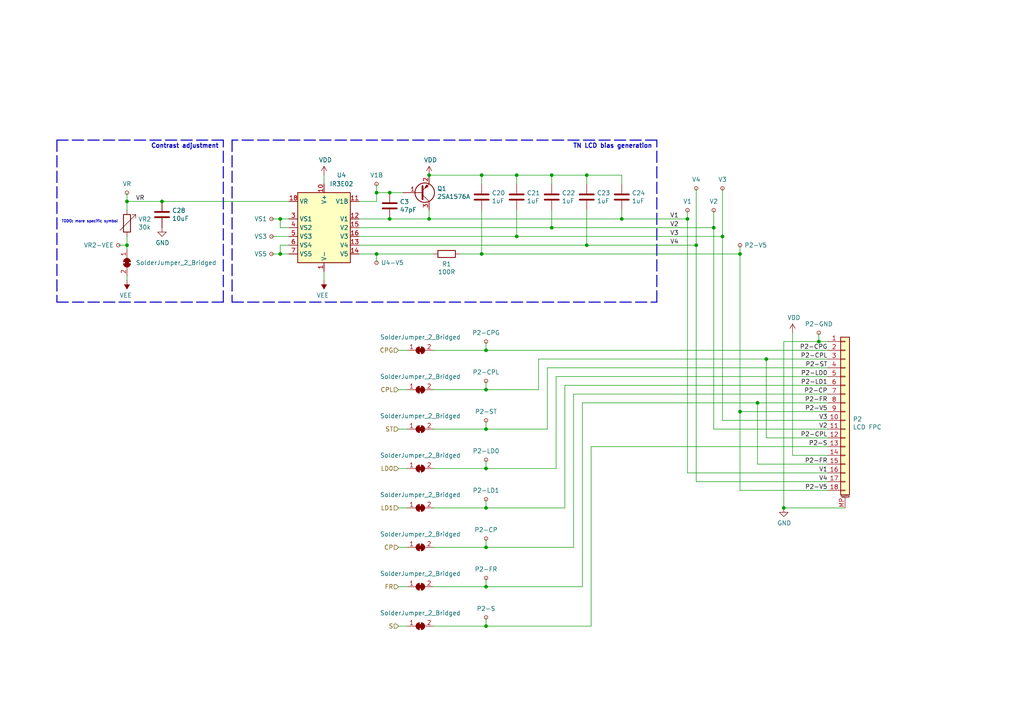
<source format=kicad_sch>
(kicad_sch (version 20211123) (generator eeschema)
  (paper "A4")
  (title_block (title "MGB-xCPU - LCD") (date "2020-09-19") (rev "B") (company "https://gekkio.fi") (comment 1 "https://github.com/gekkio/gb-schematics"))
  (lib_symbols
    (symbol "Connector:TestPoint_Small" (pin_numbers hide) (pin_names (offset 0.762) hide)
      (property "Reference" "TP" (at 0 3.81 0))
      (property "Value" "TestPoint_Small" (at 0 2.032 0))
      (symbol "TestPoint_Small_0_1"
        (circle (center 0 0) (radius 0.508))
      )
      (symbol "TestPoint_Small_1_1"
        (pin passive line (at 0 0 90) (length 0) (name "1") (number "1"))
      )
    )
    (symbol "Connector_Generic_MountingPin:Conn_01x18_MountingPin" (pin_names (offset 1.016) hide)
      (property "Reference" "J" (at 0 22.86 0))
      (property "Value" "Conn_01x18_MountingPin" (at 1.27 -25.4 0))
      (symbol "Conn_01x18_MountingPin_1_1"
        (rectangle (start -1.27 -22.733) (end 0 -22.987) (stroke (width 0.1524)))
        (rectangle (start -1.27 -20.193) (end 0 -20.447) (stroke (width 0.1524)))
        (rectangle (start -1.27 -17.653) (end 0 -17.907) (stroke (width 0.1524)))
        (rectangle (start -1.27 -15.113) (end 0 -15.367) (stroke (width 0.1524)))
        (rectangle (start -1.27 -12.573) (end 0 -12.827) (stroke (width 0.1524)))
        (rectangle (start -1.27 -10.033) (end 0 -10.287) (stroke (width 0.1524)))
        (rectangle (start -1.27 -7.493) (end 0 -7.747) (stroke (width 0.1524)))
        (rectangle (start -1.27 -4.953) (end 0 -5.207) (stroke (width 0.1524)))
        (rectangle (start -1.27 -2.413) (end 0 -2.667) (stroke (width 0.1524)))
        (rectangle (start -1.27 0.127) (end 0 -0.127) (stroke (width 0.1524)))
        (rectangle (start -1.27 2.667) (end 0 2.413) (stroke (width 0.1524)))
        (rectangle (start -1.27 5.207) (end 0 4.953) (stroke (width 0.1524)))
        (rectangle (start -1.27 7.747) (end 0 7.493) (stroke (width 0.1524)))
        (rectangle (start -1.27 10.287) (end 0 10.033) (stroke (width 0.1524)))
        (rectangle (start -1.27 12.827) (end 0 12.573) (stroke (width 0.1524)))
        (rectangle (start -1.27 15.367) (end 0 15.113) (stroke (width 0.1524)))
        (rectangle (start -1.27 17.907) (end 0 17.653) (stroke (width 0.1524)))
        (rectangle (start -1.27 20.447) (end 0 20.193) (stroke (width 0.1524)))
        (rectangle (start -1.27 21.59) (end 1.27 -24.13) (stroke (width 0.254)) (fill (type background)))
        (polyline (pts (xy -1.016 -24.892) (xy 1.016 -24.892)) (stroke (width 0.1524)))
        (text "Mounting" (at 0 -24.511 0) (effects (font (size 0.381 0.381))))
        (pin passive line (at -5.08 20.32 0) (length 3.81) (name "Pin_1") (number "1"))
        (pin passive line (at -5.08 -2.54 0) (length 3.81) (name "Pin_10") (number "10"))
        (pin passive line (at -5.08 -5.08 0) (length 3.81) (name "Pin_11") (number "11"))
        (pin passive line (at -5.08 -7.62 0) (length 3.81) (name "Pin_12") (number "12"))
        (pin passive line (at -5.08 -10.16 0) (length 3.81) (name "Pin_13") (number "13"))
        (pin passive line (at -5.08 -12.7 0) (length 3.81) (name "Pin_14") (number "14"))
        (pin passive line (at -5.08 -15.24 0) (length 3.81) (name "Pin_15") (number "15"))
        (pin passive line (at -5.08 -17.78 0) (length 3.81) (name "Pin_16") (number "16"))
        (pin passive line (at -5.08 -20.32 0) (length 3.81) (name "Pin_17") (number "17"))
        (pin passive line (at -5.08 -22.86 0) (length 3.81) (name "Pin_18") (number "18"))
        (pin passive line (at -5.08 17.78 0) (length 3.81) (name "Pin_2") (number "2"))
        (pin passive line (at -5.08 15.24 0) (length 3.81) (name "Pin_3") (number "3"))
        (pin passive line (at -5.08 12.7 0) (length 3.81) (name "Pin_4") (number "4"))
        (pin passive line (at -5.08 10.16 0) (length 3.81) (name "Pin_5") (number "5"))
        (pin passive line (at -5.08 7.62 0) (length 3.81) (name "Pin_6") (number "6"))
        (pin passive line (at -5.08 5.08 0) (length 3.81) (name "Pin_7") (number "7"))
        (pin passive line (at -5.08 2.54 0) (length 3.81) (name "Pin_8") (number "8"))
        (pin passive line (at -5.08 0 0) (length 3.81) (name "Pin_9") (number "9"))
        (pin passive line (at 0 -27.94 90) (length 3.048) (name "MountPin") (number "MP"))
      )
    )
    (symbol "Device:C" (pin_numbers hide) (pin_names (offset 0.254))
      (property "Reference" "C" (at 0.635 2.54 0))
      (property "Value" "C" (at 0.635 -2.54 0))
      (symbol "C_0_1"
        (polyline (pts (xy -2.032 -0.762) (xy 2.032 -0.762)) (stroke (width 0.508)))
        (polyline (pts (xy -2.032 0.762) (xy 2.032 0.762)) (stroke (width 0.508)))
      )
      (symbol "C_1_1"
        (pin passive line (at 0 3.81 270) (length 2.794) (name "~") (number "1"))
        (pin passive line (at 0 -3.81 90) (length 2.794) (name "~") (number "2"))
      )
    )
    (symbol "Device:Q_PNP_BEC" (pin_names (offset 0) hide)
      (property "Reference" "Q" (at 5.08 1.27 0))
      (property "Value" "Q_PNP_BEC" (at 5.08 -1.27 0))
      (symbol "Q_PNP_BEC_0_1"
        (polyline (pts (xy 0.635 0.635) (xy 2.54 2.54)))
        (polyline (pts (xy 0.635 -0.635) (xy 2.54 -2.54) (xy 2.54 -2.54)))
        (polyline (pts (xy 0.635 1.905) (xy 0.635 -1.905) (xy 0.635 -1.905)) (stroke (width 0.508)))
        (polyline (pts (xy 2.286 -1.778) (xy 1.778 -2.286) (xy 1.27 -1.27) (xy 2.286 -1.778) (xy 2.286 -1.778)) (fill (type outline)))
        (circle (center 1.27 0) (radius 2.8194) (stroke (width 0.254)))
      )
      (symbol "Q_PNP_BEC_1_1"
        (pin input line (at -5.08 0 0) (length 5.715) (name "B") (number "1"))
        (pin passive line (at 2.54 -5.08 90) (length 2.54) (name "E") (number "2"))
        (pin passive line (at 2.54 5.08 270) (length 2.54) (name "C") (number "3"))
      )
    )
    (symbol "Device:R" (pin_numbers hide) (pin_names (offset 0))
      (property "Reference" "R" (at 2.032 0 90))
      (property "Value" "R" (at 0 0 90))
      (symbol "R_0_1"
        (rectangle (start -1.016 -2.54) (end 1.016 2.54) (stroke (width 0.254)))
      )
      (symbol "R_1_1"
        (pin passive line (at 0 3.81 270) (length 1.27) (name "~") (number "1"))
        (pin passive line (at 0 -3.81 90) (length 1.27) (name "~") (number "2"))
      )
    )
    (symbol "Device:R_Variable" (pin_numbers hide) (pin_names (offset 0))
      (property "Reference" "R" (at 2.54 -2.54 90))
      (property "Value" "R_Variable" (at -2.54 -1.27 90))
      (symbol "R_Variable_0_1"
        (rectangle (start -1.016 -2.54) (end 1.016 2.54) (stroke (width 0.254)))
        (polyline (pts (xy 2.54 1.524) (xy 2.54 2.54) (xy 1.524 2.54) (xy 2.54 2.54) (xy -2.032 -2.032)))
      )
      (symbol "R_Variable_1_1"
        (pin passive line (at 0 3.81 270) (length 1.27) (name "~") (number "1"))
        (pin passive line (at 0 -3.81 90) (length 1.27) (name "~") (number "2"))
      )
    )
    (symbol "Gekkio_Regulator_Linear:IR3E02"
      (property "Reference" "U" (at -7.62 11.43 0))
      (property "Value" "IR3E02" (at 1.27 11.43 0))
      (symbol "IR3E02_0_1"
        (rectangle (start -7.62 10.16) (end 7.62 -10.16) (stroke (width 0.254)) (fill (type background)))
      )
      (symbol "IR3E02_1_1"
        (pin power_in line (at 0 -12.7 90) (length 2.54) (name "V-") (number "1"))
        (pin power_in line (at 0 12.7 270) (length 2.54) (name "V+") (number "10"))
        (pin output line (at 10.16 7.62 180) (length 2.54) (name "V1B") (number "11"))
        (pin input line (at 10.16 2.54 180) (length 2.54) (name "V1") (number "12"))
        (pin output line (at 10.16 -5.08 180) (length 2.54) (name "V4") (number "13"))
        (pin output line (at 10.16 -7.62 180) (length 2.54) (name "V5") (number "14"))
        (pin output line (at 10.16 0 180) (length 2.54) (name "V2") (number "15"))
        (pin output line (at 10.16 -2.54 180) (length 2.54) (name "V3") (number "16"))
        (pin input line (at -10.16 7.62 0) (length 2.54) (name "VR") (number "18"))
        (pin no_connect line (at -2.54 -10.16 90) (length 2.54) hide (name "NC") (number "2"))
        (pin passive line (at -10.16 2.54 0) (length 2.54) (name "VS1") (number "3"))
        (pin passive line (at -10.16 0 0) (length 2.54) (name "VS2") (number "4"))
        (pin passive line (at -10.16 -2.54 0) (length 2.54) (name "VS3") (number "5"))
        (pin passive line (at -10.16 -5.08 0) (length 2.54) (name "VS4") (number "6"))
        (pin passive line (at -10.16 -7.62 0) (length 2.54) (name "VS5") (number "7"))
        (pin no_connect line (at 2.54 -10.16 90) (length 2.54) hide (name "NC") (number "8"))
        (pin passive line (at 0 -12.7 90) (length 2.54) hide (name "V-") (number "9"))
      )
    )
    (symbol "Jumper:SolderJumper_2_Bridged" (pin_names (offset 0) hide)
      (property "Reference" "JP" (at 0 2.032 0))
      (property "Value" "SolderJumper_2_Bridged" (at 0 -2.54 0))
      (symbol "SolderJumper_2_Bridged_0_1"
        (rectangle (start -0.508 0.508) (end 0.508 -0.508) (fill (type outline)))
        (arc (start -0.254 1.016) (mid -1.27 0) (end -0.254 -1.016))
        (arc (start -0.254 1.016) (mid -1.27 0) (end -0.254 -1.016) (fill (type outline)))
        (polyline (pts (xy -0.254 1.016) (xy -0.254 -1.016)))
        (polyline (pts (xy 0.254 1.016) (xy 0.254 -1.016)))
        (arc (start 0.254 -1.016) (mid 1.27 0) (end 0.254 1.016))
        (arc (start 0.254 -1.016) (mid 1.27 0) (end 0.254 1.016) (fill (type outline)))
      )
      (symbol "SolderJumper_2_Bridged_1_1"
        (pin passive line (at -3.81 0 0) (length 2.54) (name "A") (number "1"))
        (pin passive line (at 3.81 0 180) (length 2.54) (name "B") (number "2"))
      )
    )
    (symbol "power:GND" (power) (pin_names (offset 0))
      (property "Value" "GND" (at 0 -3.81 0))
      (symbol "GND_0_1"
        (polyline (pts (xy 0 0) (xy 0 -1.27) (xy 1.27 -1.27) (xy 0 -2.54) (xy -1.27 -1.27) (xy 0 -1.27)))
      )
      (symbol "GND_1_1"
        (pin power_in line (at 0 0 270) (length 0) hide (name "GND") (number "1"))
      )
    )
    (symbol "power:VDD" (power) (pin_names (offset 0))
      (property "Value" "VDD" (at 0 3.81 0))
      (symbol "VDD_0_1"
        (polyline (pts (xy -0.762 1.27) (xy 0 2.54)))
        (polyline (pts (xy 0 0) (xy 0 2.54)))
        (polyline (pts (xy 0 2.54) (xy 0.762 1.27)))
      )
      (symbol "VDD_1_1"
        (pin power_in line (at 0 0 90) (length 0) hide (name "VDD") (number "1"))
      )
    )
    (symbol "power:VEE" (power) (pin_names (offset 0))
      (property "Value" "VEE" (at 0 3.81 0))
      (symbol "VEE_0_1"
        (polyline (pts (xy 0 0) (xy 0 2.54)))
        (polyline (pts (xy 0.762 1.27) (xy -0.762 1.27) (xy 0 2.54) (xy 0.762 1.27)) (fill (type outline)))
      )
      (symbol "VEE_1_1"
        (pin power_in line (at 0 0 90) (length 0) hide (name "VEE") (number "1"))
      )
    )
  )
  (junction (at 113.03 63.5))
  (junction (at 109.22 55.88))
  (junction (at 140.97 147.32))
  (junction (at 109.22 73.66))
  (junction (at 149.86 68.58))
  (junction (at 139.7 73.66))
  (junction (at 36.83 71.12))
  (junction (at 81.28 73.66))
  (junction (at 199.39 63.5))
  (junction (at 160.02 66.04))
  (junction (at 140.97 170.18))
  (junction (at 237.49 99.06))
  (junction (at 81.28 63.5))
  (junction (at 160.02 50.8))
  (junction (at 214.63 73.66))
  (junction (at 140.97 113.03))
  (junction (at 170.18 71.12))
  (junction (at 222.25 104.14))
  (junction (at 139.7 50.8))
  (junction (at 46.99 58.42))
  (junction (at 214.63 119.38))
  (junction (at 180.34 63.5))
  (junction (at 140.97 101.6))
  (junction (at 219.71 116.84))
  (junction (at 140.97 135.89))
  (junction (at 201.93 71.12))
  (junction (at 113.03 55.88))
  (junction (at 36.83 58.42))
  (junction (at 124.46 50.8))
  (junction (at 140.97 158.75))
  (junction (at 209.55 68.58))
  (junction (at 140.97 181.61))
  (junction (at 140.97 124.46))
  (junction (at 170.18 50.8))
  (junction (at 124.46 63.5))
  (junction (at 149.86 50.8))
  (junction (at 227.33 147.32))
  (junction (at 207.01 66.04))
  (wire (pts (xy 199.39 63.5) (xy 199.39 60.96)))
  (wire (pts (xy 36.83 58.42) (xy 36.83 60.96)))
  (wire (pts (xy 140.97 147.32) (xy 125.73 147.32)))
  (wire (pts (xy 125.73 73.66) (xy 109.22 73.66)))
  (wire (pts (xy 180.34 63.5) (xy 199.39 63.5)))
  (wire (pts (xy 139.7 73.66) (xy 214.63 73.66)))
  (wire (pts (xy 104.14 63.5) (xy 113.03 63.5)))
  (wire (pts (xy 78.74 68.58) (xy 83.82 68.58)))
  (wire (pts (xy 140.97 110.49) (xy 140.97 113.03)))
  (wire (pts (xy 140.97 170.18) (xy 125.73 170.18)))
  (wire (pts (xy 201.93 71.12) (xy 201.93 139.7)))
  (wire (pts (xy 36.83 71.12) (xy 36.83 72.39)))
  (wire (pts (xy 83.82 63.5) (xy 81.28 63.5)))
  (wire (pts (xy 115.57 158.75) (xy 118.11 158.75)))
  (wire (pts (xy 78.74 63.5) (xy 81.28 63.5)))
  (wire (pts (xy 180.34 63.5) (xy 124.46 63.5)))
  (wire (pts (xy 149.86 50.8) (xy 160.02 50.8)))
  (wire (pts (xy 240.03 137.16) (xy 199.39 137.16)))
  (wire (pts (xy 237.49 99.06) (xy 227.33 99.06)))
  (wire (pts (xy 209.55 68.58) (xy 209.55 54.61)))
  (wire (pts (xy 201.93 139.7) (xy 240.03 139.7)))
  (polyline (pts (xy 16.51 87.63) (xy 64.77 87.63)) (stroke (width 0.3)))
  (wire (pts (xy 158.75 106.68) (xy 158.75 124.46)))
  (wire (pts (xy 222.25 127) (xy 222.25 104.14)))
  (wire (pts (xy 160.02 50.8) (xy 170.18 50.8)))
  (wire (pts (xy 115.57 113.03) (xy 118.11 113.03)))
  (wire (pts (xy 140.97 181.61) (xy 125.73 181.61)))
  (wire (pts (xy 161.29 135.89) (xy 140.97 135.89)))
  (wire (pts (xy 81.28 66.04) (xy 83.82 66.04)))
  (polyline (pts (xy 67.31 87.63) (xy 190.5 87.63)) (stroke (width 0.3)))
  (wire (pts (xy 36.83 55.88) (xy 36.83 58.42)))
  (wire (pts (xy 209.55 121.92) (xy 209.55 68.58)))
  (wire (pts (xy 78.74 73.66) (xy 81.28 73.66)))
  (wire (pts (xy 161.29 109.22) (xy 161.29 135.89)))
  (wire (pts (xy 214.63 142.24) (xy 240.03 142.24)))
  (wire (pts (xy 139.7 50.8) (xy 149.86 50.8)))
  (wire (pts (xy 139.7 53.34) (xy 139.7 50.8)))
  (wire (pts (xy 46.99 58.42) (xy 83.82 58.42)))
  (wire (pts (xy 240.03 134.62) (xy 219.71 134.62)))
  (wire (pts (xy 171.45 181.61) (xy 140.97 181.61)))
  (wire (pts (xy 104.14 58.42) (xy 109.22 58.42)))
  (wire (pts (xy 170.18 53.34) (xy 170.18 50.8)))
  (wire (pts (xy 149.86 68.58) (xy 209.55 68.58)))
  (wire (pts (xy 170.18 50.8) (xy 180.34 50.8)))
  (wire (pts (xy 240.03 121.92) (xy 209.55 121.92)))
  (wire (pts (xy 163.83 147.32) (xy 140.97 147.32)))
  (polyline (pts (xy 64.77 40.64) (xy 16.51 40.64)) (stroke (width 0.3)))
  (wire (pts (xy 109.22 55.88) (xy 109.22 58.42)))
  (wire (pts (xy 36.83 80.01) (xy 36.83 81.28)))
  (polyline (pts (xy 190.5 87.63) (xy 190.5 40.64)) (stroke (width 0.3)))
  (wire (pts (xy 240.03 99.06) (xy 237.49 99.06)))
  (wire (pts (xy 124.46 50.8) (xy 139.7 50.8)))
  (wire (pts (xy 140.97 124.46) (xy 125.73 124.46)))
  (wire (pts (xy 166.37 158.75) (xy 140.97 158.75)))
  (wire (pts (xy 166.37 114.3) (xy 240.03 114.3)))
  (wire (pts (xy 81.28 63.5) (xy 81.28 66.04)))
  (wire (pts (xy 161.29 109.22) (xy 240.03 109.22)))
  (wire (pts (xy 227.33 99.06) (xy 227.33 147.32)))
  (wire (pts (xy 149.86 68.58) (xy 149.86 60.96)))
  (wire (pts (xy 115.57 181.61) (xy 118.11 181.61)))
  (wire (pts (xy 214.63 73.66) (xy 214.63 119.38)))
  (wire (pts (xy 115.57 101.6) (xy 118.11 101.6)))
  (polyline (pts (xy 64.77 87.63) (xy 64.77 40.64)) (stroke (width 0.3)))
  (wire (pts (xy 139.7 73.66) (xy 133.35 73.66)))
  (polyline (pts (xy 190.5 40.64) (xy 67.31 40.64)) (stroke (width 0.3)))
  (wire (pts (xy 93.98 78.74) (xy 93.98 81.28)))
  (wire (pts (xy 140.97 167.64) (xy 140.97 170.18)))
  (wire (pts (xy 115.57 147.32) (xy 118.11 147.32)))
  (wire (pts (xy 113.03 63.5) (xy 124.46 63.5)))
  (wire (pts (xy 140.97 135.89) (xy 125.73 135.89)))
  (wire (pts (xy 214.63 142.24) (xy 214.63 119.38)))
  (wire (pts (xy 140.97 158.75) (xy 125.73 158.75)))
  (wire (pts (xy 140.97 101.6) (xy 240.03 101.6)))
  (wire (pts (xy 104.14 66.04) (xy 160.02 66.04)))
  (wire (pts (xy 168.91 170.18) (xy 140.97 170.18)))
  (wire (pts (xy 227.33 147.32) (xy 245.11 147.32)))
  (wire (pts (xy 229.87 96.52) (xy 229.87 132.08)))
  (wire (pts (xy 116.84 55.88) (xy 113.03 55.88)))
  (wire (pts (xy 160.02 66.04) (xy 207.01 66.04)))
  (wire (pts (xy 168.91 116.84) (xy 168.91 170.18)))
  (wire (pts (xy 158.75 124.46) (xy 140.97 124.46)))
  (wire (pts (xy 115.57 124.46) (xy 118.11 124.46)))
  (wire (pts (xy 171.45 129.54) (xy 171.45 181.61)))
  (wire (pts (xy 166.37 114.3) (xy 166.37 158.75)))
  (wire (pts (xy 125.73 101.6) (xy 140.97 101.6)))
  (wire (pts (xy 113.03 55.88) (xy 109.22 55.88)))
  (wire (pts (xy 109.22 73.66) (xy 109.22 76.2)))
  (wire (pts (xy 214.63 71.12) (xy 214.63 73.66)))
  (wire (pts (xy 207.01 60.96) (xy 207.01 66.04)))
  (wire (pts (xy 93.98 50.8) (xy 93.98 53.34)))
  (polyline (pts (xy 16.51 40.64) (xy 16.51 87.63)) (stroke (width 0.3)))
  (wire (pts (xy 229.87 132.08) (xy 240.03 132.08)))
  (wire (pts (xy 81.28 73.66) (xy 83.82 73.66)))
  (wire (pts (xy 140.97 179.07) (xy 140.97 181.61)))
  (wire (pts (xy 158.75 106.68) (xy 240.03 106.68)))
  (wire (pts (xy 156.21 113.03) (xy 140.97 113.03)))
  (wire (pts (xy 139.7 60.96) (xy 139.7 73.66)))
  (wire (pts (xy 240.03 116.84) (xy 219.71 116.84)))
  (wire (pts (xy 240.03 127) (xy 222.25 127)))
  (wire (pts (xy 180.34 50.8) (xy 180.34 53.34)))
  (wire (pts (xy 240.03 124.46) (xy 207.01 124.46)))
  (wire (pts (xy 34.29 71.12) (xy 36.83 71.12)))
  (wire (pts (xy 104.14 73.66) (xy 109.22 73.66)))
  (wire (pts (xy 115.57 135.89) (xy 118.11 135.89)))
  (wire (pts (xy 83.82 71.12) (xy 81.28 71.12)))
  (wire (pts (xy 104.14 68.58) (xy 149.86 68.58)))
  (wire (pts (xy 219.71 134.62) (xy 219.71 116.84)))
  (wire (pts (xy 140.97 99.06) (xy 140.97 101.6)))
  (wire (pts (xy 199.39 63.5) (xy 199.39 137.16)))
  (wire (pts (xy 156.21 104.14) (xy 222.25 104.14)))
  (wire (pts (xy 237.49 96.52) (xy 237.49 99.06)))
  (wire (pts (xy 140.97 144.78) (xy 140.97 147.32)))
  (wire (pts (xy 160.02 53.34) (xy 160.02 50.8)))
  (wire (pts (xy 180.34 60.96) (xy 180.34 63.5)))
  (wire (pts (xy 160.02 66.04) (xy 160.02 60.96)))
  (wire (pts (xy 124.46 63.5) (xy 124.46 60.96)))
  (wire (pts (xy 222.25 104.14) (xy 240.03 104.14)))
  (wire (pts (xy 109.22 53.34) (xy 109.22 55.88)))
  (wire (pts (xy 163.83 111.76) (xy 163.83 147.32)))
  (wire (pts (xy 170.18 71.12) (xy 201.93 71.12)))
  (wire (pts (xy 104.14 71.12) (xy 170.18 71.12)))
  (wire (pts (xy 170.18 60.96) (xy 170.18 71.12)))
  (wire (pts (xy 36.83 71.12) (xy 36.83 68.58)))
  (wire (pts (xy 156.21 104.14) (xy 156.21 113.03)))
  (wire (pts (xy 219.71 116.84) (xy 168.91 116.84)))
  (wire (pts (xy 140.97 133.35) (xy 140.97 135.89)))
  (wire (pts (xy 81.28 71.12) (xy 81.28 73.66)))
  (wire (pts (xy 163.83 111.76) (xy 240.03 111.76)))
  (wire (pts (xy 140.97 156.21) (xy 140.97 158.75)))
  (wire (pts (xy 149.86 53.34) (xy 149.86 50.8)))
  (wire (pts (xy 240.03 129.54) (xy 171.45 129.54)))
  (wire (pts (xy 201.93 54.61) (xy 201.93 71.12)))
  (wire (pts (xy 140.97 121.92) (xy 140.97 124.46)))
  (wire (pts (xy 240.03 119.38) (xy 214.63 119.38)))
  (wire (pts (xy 115.57 170.18) (xy 118.11 170.18)))
  (wire (pts (xy 207.01 124.46) (xy 207.01 66.04)))
  (polyline (pts (xy 67.31 40.64) (xy 67.31 87.63)) (stroke (width 0.3)))
  (wire (pts (xy 36.83 58.42) (xy 46.99 58.42)))
  (wire (pts (xy 140.97 113.03) (xy 125.73 113.03)))
  (text "TODO: more specific symbol" (at 34.29 64.77 180) (effects (font (size 0.762 0.762)) (justify right bottom)))
  (text "TN LCD bias generation" (at 189.23 43.18 180) (effects (font (size 1.27 1.27) (thickness 0.254) bold) (justify right bottom)))
  (text "Contrast adjustment" (at 63.5 43.18 180) (effects (font (size 1.27 1.27) (thickness 0.254) bold) (justify right bottom)))
  (label "V3" (at 196.85 68.58 180))
  (label "VR" (at 39.37 58.42 0))
  (label "V1" (at 240.03 137.16 180))
  (label "P2-CPL" (at 240.03 127 180))
  (label "P2-CPG" (at 240.03 101.6 180))
  (label "P2-CPL" (at 240.03 104.14 180))
  (label "V1" (at 196.85 63.5 180))
  (label "P2-CP" (at 240.03 114.3 180))
  (label "P2-ST" (at 240.03 106.68 180))
  (label "P2-V5" (at 240.03 142.24 180))
  (label "P2-LD1" (at 240.03 111.76 180))
  (label "V3" (at 240.03 121.92 180))
  (label "V2" (at 196.85 66.04 180))
  (label "V4" (at 196.85 71.12 180))
  (label "P2-FR" (at 240.03 134.62 180))
  (label "P2-V5" (at 240.03 119.38 180))
  (label "V2" (at 240.03 124.46 180))
  (label "V4" (at 240.03 139.7 180))
  (label "P2-FR" (at 240.03 116.84 180))
  (label "P2-LD0" (at 240.03 109.22 180))
  (label "P2-S" (at 240.03 129.54 180))
  (hierarchical_label "CPL" (shape input) (at 115.57 113.03 180))
  (hierarchical_label "CPG" (shape input) (at 115.57 101.6 180))
  (hierarchical_label "FR" (shape input) (at 115.57 170.18 180))
  (hierarchical_label "ST" (shape input) (at 115.57 124.46 180))
  (hierarchical_label "LD0" (shape input) (at 115.57 135.89 180))
  (hierarchical_label "LD1" (shape input) (at 115.57 147.32 180))
  (hierarchical_label "CP" (shape input) (at 115.57 158.75 180))
  (hierarchical_label "S" (shape input) (at 115.57 181.61 180))
  (symbol (lib_id "Jumper:SolderJumper_2_Bridged") (at 121.92 101.6 0) (unit 1)
    (property "Reference" "JP2" (effects hide))
    (property "Value" "SolderJumper_2_Bridged" (at 121.92 97.79 0))
  )
  (symbol (lib_id "Jumper:SolderJumper_2_Bridged") (at 121.92 113.03 0) (unit 1)
    (property "Reference" "JP3" (effects hide))
    (property "Value" "SolderJumper_2_Bridged" (at 121.92 109.22 0))
  )
  (symbol (lib_id "Jumper:SolderJumper_2_Bridged") (at 121.92 124.46 0) (unit 1)
    (property "Reference" "JP4" (effects hide))
    (property "Value" "SolderJumper_2_Bridged" (at 121.92 120.65 0))
  )
  (symbol (lib_id "Jumper:SolderJumper_2_Bridged") (at 121.92 135.89 0) (unit 1)
    (property "Reference" "JP5" (effects hide))
    (property "Value" "SolderJumper_2_Bridged" (at 121.92 132.08 0))
  )
  (symbol (lib_id "Jumper:SolderJumper_2_Bridged") (at 121.92 147.32 0) (unit 1)
    (property "Reference" "JP6" (effects hide))
    (property "Value" "SolderJumper_2_Bridged" (at 121.92 143.51 0))
  )
  (symbol (lib_id "Jumper:SolderJumper_2_Bridged") (at 121.92 158.75 0) (unit 1)
    (property "Reference" "JP7" (effects hide))
    (property "Value" "SolderJumper_2_Bridged" (at 121.92 154.94 0))
  )
  (symbol (lib_id "Jumper:SolderJumper_2_Bridged") (at 121.92 170.18 0) (unit 1)
    (property "Reference" "JP8" (effects hide))
    (property "Value" "SolderJumper_2_Bridged" (at 121.92 166.37 0))
  )
  (symbol (lib_id "Jumper:SolderJumper_2_Bridged") (at 121.92 181.61 0) (unit 1)
    (property "Reference" "JP9" (effects hide))
    (property "Value" "SolderJumper_2_Bridged" (at 121.92 177.8 0))
  )
  (symbol (lib_id "Connector:TestPoint_Small") (at 140.97 99.06 90) (unit 1)
    (property "Reference" "TP71" (effects hide))
    (property "Value" "P2-CPG" (at 140.97 96.52 90))
  )
  (symbol (lib_id "Connector:TestPoint_Small") (at 140.97 110.49 90) (unit 1)
    (property "Reference" "TP72" (effects hide))
    (property "Value" "P2-CPL" (at 140.97 107.95 90))
  )
  (symbol (lib_id "Connector:TestPoint_Small") (at 140.97 121.92 90) (unit 1)
    (property "Reference" "TP73" (effects hide))
    (property "Value" "P2-ST" (at 140.97 119.38 90))
  )
  (symbol (lib_id "Connector:TestPoint_Small") (at 140.97 133.35 90) (unit 1)
    (property "Reference" "TP74" (effects hide))
    (property "Value" "P2-LD0" (at 140.97 130.81 90))
  )
  (symbol (lib_id "Connector:TestPoint_Small") (at 140.97 144.78 90) (unit 1)
    (property "Reference" "TP75" (effects hide))
    (property "Value" "P2-LD1" (at 140.97 142.24 90))
  )
  (symbol (lib_id "Connector:TestPoint_Small") (at 140.97 156.21 90) (unit 1)
    (property "Reference" "TP76" (effects hide))
    (property "Value" "P2-CP" (at 140.97 153.67 90))
  )
  (symbol (lib_id "Connector:TestPoint_Small") (at 140.97 167.64 90) (unit 1)
    (property "Reference" "TP77" (effects hide))
    (property "Value" "P2-FR" (at 140.97 165.1 90))
  )
  (symbol (lib_id "Connector:TestPoint_Small") (at 140.97 179.07 90) (unit 1)
    (property "Reference" "TP78" (effects hide))
    (property "Value" "P2-S" (at 140.97 176.53 90))
  )
  (symbol (lib_id "power:VEE") (at 93.98 81.28 180) (unit 1)
    (property "Reference" "#PWR0144" (effects hide))
    (property "Value" "VEE" (at 93.599 85.6742 0))
  )
  (symbol (lib_id "power:VDD") (at 93.98 50.8 0) (unit 1)
    (property "Reference" "#PWR0145" (effects hide))
    (property "Value" "VDD" (at 94.361 46.4058 0))
  )
  (symbol (lib_id "Device:Q_PNP_BEC") (at 121.92 55.88 0) (mirror x) (unit 1)
    (property "Reference" "Q1" (at 126.7714 54.7116 0) (effects (justify left)))
    (property "Value" "2SA1576A" (at 126.7714 57.023 0) (effects (justify left)))
  )
  (symbol (lib_id "power:VDD") (at 124.46 50.8 0) (unit 1)
    (property "Reference" "#PWR0146" (effects hide))
    (property "Value" "VDD" (at 124.841 46.4058 0))
  )
  (symbol (lib_id "Connector:TestPoint_Small") (at 237.49 96.52 0) (unit 1)
    (property "Reference" "TP84" (effects hide))
    (property "Value" "P2-GND" (at 237.49 93.98 0))
  )
  (symbol (lib_id "Connector:TestPoint_Small") (at 78.74 63.5 180) (unit 1)
    (property "Reference" "TP66" (effects hide))
    (property "Value" "VS1" (at 77.47 63.4999 0) (effects (justify left)))
  )
  (symbol (lib_id "Connector:TestPoint_Small") (at 78.74 68.58 180) (unit 1)
    (property "Reference" "TP67" (effects hide))
    (property "Value" "VS3" (at 77.47 68.5799 0) (effects (justify left)))
  )
  (symbol (lib_id "Connector:TestPoint_Small") (at 78.74 73.66 180) (unit 1)
    (property "Reference" "TP68" (effects hide))
    (property "Value" "VS5" (at 77.47 73.6599 0) (effects (justify left)))
  )
  (symbol (lib_id "Device:R_Variable") (at 36.83 64.77 0) (unit 1)
    (property "Reference" "VR2" (at 40.0812 63.6016 0) (effects (justify left)))
    (property "Value" "30k" (at 40.0812 65.913 0) (effects (justify left)))
  )
  (symbol (lib_id "Connector:TestPoint_Small") (at 34.29 71.12 90) (unit 1)
    (property "Reference" "TP64" (effects hide))
    (property "Value" "VR2-VEE" (at 33.02 71.1199 90) (effects (justify left)))
  )
  (symbol (lib_id "power:GND") (at 227.33 147.32 0) (unit 1)
    (property "Reference" "#PWR07" (effects hide))
    (property "Value" "GND" (at 227.457 151.7142 0))
  )
  (symbol (lib_id "Connector_Generic_MountingPin:Conn_01x18_MountingPin") (at 245.11 119.38 0) (unit 1)
    (property "Reference" "P2" (at 247.3452 121.5644 0) (effects (justify left)))
    (property "Value" "LCD FPC" (at 247.3452 123.8758 0) (effects (justify left)))
  )
  (symbol (lib_id "power:VDD") (at 229.87 96.52 0) (unit 1)
    (property "Reference" "#PWR08" (effects hide))
    (property "Value" "VDD" (at 230.251 92.1258 0))
  )
  (symbol (lib_id "Jumper:SolderJumper_2_Bridged") (at 36.83 76.2 270) (unit 1)
    (property "Reference" "JP1" (effects hide))
    (property "Value" "SolderJumper_2_Bridged" (at 39.37 76.1999 90) (effects (justify left)))
  )
  (symbol (lib_id "power:VEE") (at 36.83 81.28 180) (unit 1)
    (property "Reference" "#PWR05" (effects hide))
    (property "Value" "VEE" (at 36.449 85.6742 0))
  )
  (symbol (lib_id "Device:C") (at 46.99 62.23 0) (unit 1)
    (property "Reference" "C28" (at 49.911 61.0616 0) (effects (justify left)))
    (property "Value" "10uF" (at 49.911 63.373 0) (effects (justify left)))
  )
  (symbol (lib_id "power:GND") (at 46.99 66.04 0) (unit 1)
    (property "Reference" "#PWR06" (effects hide))
    (property "Value" "GND" (at 47.117 70.4342 0))
  )
  (symbol (lib_id "Connector:TestPoint_Small") (at 36.83 55.88 90) (unit 1)
    (property "Reference" "TP65" (effects hide))
    (property "Value" "VR" (at 36.83 53.34 90))
  )
  (symbol (lib_id "Gekkio_Regulator_Linear:IR3E02") (at 93.98 66.04 0) (unit 1)
    (property "Reference" "U4" (at 99.06 50.8 0))
    (property "Value" "IR3E02" (at 99.06 53.34 0))
  )
  (symbol (lib_id "Connector:TestPoint_Small") (at 109.22 53.34 90) (unit 1)
    (property "Reference" "TP69" (effects hide))
    (property "Value" "V1B" (at 109.22 50.8 90))
  )
  (symbol (lib_id "Device:C") (at 113.03 59.69 0) (unit 1)
    (property "Reference" "C3" (at 115.951 58.5216 0) (effects (justify left)))
    (property "Value" "47pF" (at 115.951 60.833 0) (effects (justify left)))
  )
  (symbol (lib_id "Device:C") (at 180.34 57.15 0) (unit 1)
    (property "Reference" "C24" (at 183.261 55.9816 0) (effects (justify left)))
    (property "Value" "1uF" (at 183.261 58.293 0) (effects (justify left)))
  )
  (symbol (lib_id "Device:C") (at 160.02 57.15 0) (unit 1)
    (property "Reference" "C22" (at 162.941 55.9816 0) (effects (justify left)))
    (property "Value" "1uF" (at 162.941 58.293 0) (effects (justify left)))
  )
  (symbol (lib_id "Connector:TestPoint_Small") (at 109.22 76.2 270) (unit 1)
    (property "Reference" "TP70" (effects hide))
    (property "Value" "U4-V5" (at 110.49 76.1999 90) (effects (justify left)))
  )
  (symbol (lib_id "Device:R") (at 129.54 73.66 270) (unit 1)
    (property "Reference" "R1" (at 129.54 76.581 90))
    (property "Value" "100R" (at 129.54 78.8924 90))
  )
  (symbol (lib_id "Device:C") (at 139.7 57.15 0) (unit 1)
    (property "Reference" "C20" (at 142.621 55.9816 0) (effects (justify left)))
    (property "Value" "1uF" (at 142.621 58.293 0) (effects (justify left)))
  )
  (symbol (lib_id "Device:C") (at 149.86 57.15 0) (unit 1)
    (property "Reference" "C21" (at 152.781 55.9816 0) (effects (justify left)))
    (property "Value" "1uF" (at 152.781 58.293 0) (effects (justify left)))
  )
  (symbol (lib_id "Device:C") (at 170.18 57.15 0) (unit 1)
    (property "Reference" "C23" (at 173.101 55.9816 0) (effects (justify left)))
    (property "Value" "1uF" (at 173.101 58.293 0) (effects (justify left)))
  )
  (symbol (lib_id "Connector:TestPoint_Small") (at 214.63 71.12 0) (unit 1)
    (property "Reference" "TP83" (effects hide))
    (property "Value" "P2-V5" (at 215.9 71.1199 0) (effects (justify left)))
  )
  (symbol (lib_id "Connector:TestPoint_Small") (at 199.39 60.96 90) (unit 1)
    (property "Reference" "TP79" (effects hide))
    (property "Value" "V1" (at 199.39 58.42 90))
  )
  (symbol (lib_id "Connector:TestPoint_Small") (at 207.01 60.96 90) (unit 1)
    (property "Reference" "TP81" (effects hide))
    (property "Value" "V2" (at 207.01 58.42 90))
  )
  (symbol (lib_id "Connector:TestPoint_Small") (at 201.93 54.61 90) (unit 1)
    (property "Reference" "TP80" (effects hide))
    (property "Value" "V4" (at 201.93 52.07 90))
  )
  (symbol (lib_id "Connector:TestPoint_Small") (at 209.55 54.61 90) (unit 1)
    (property "Reference" "TP82" (effects hide))
    (property "Value" "V3" (at 209.55 52.07 90))
  )
)
</source>
